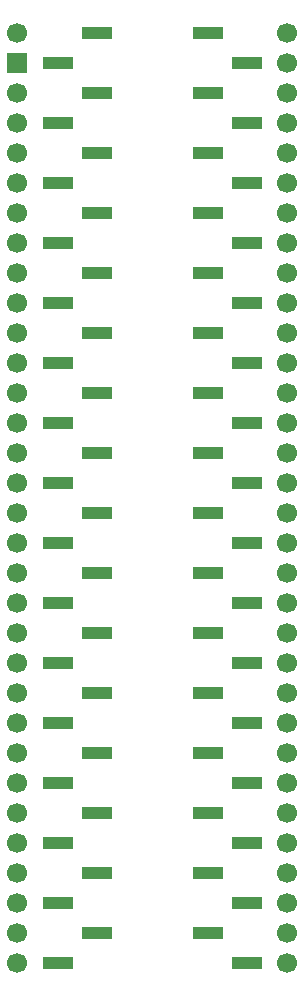
<source format=gbs>
G04 #@! TF.GenerationSoftware,KiCad,Pcbnew,9.0.6*
G04 #@! TF.CreationDate,2026-01-07T14:27:30-06:00*
G04 #@! TF.ProjectId,QFN-60_7x7_P0.4,51464e2d-3630-45f3-9778-375f50302e34,rev?*
G04 #@! TF.SameCoordinates,Original*
G04 #@! TF.FileFunction,Soldermask,Bot*
G04 #@! TF.FilePolarity,Negative*
%FSLAX46Y46*%
G04 Gerber Fmt 4.6, Leading zero omitted, Abs format (unit mm)*
G04 Created by KiCad (PCBNEW 9.0.6) date 2026-01-07 14:27:30*
%MOMM*%
%LPD*%
G01*
G04 APERTURE LIST*
%ADD10C,1.700000*%
%ADD11R,1.700000X1.700000*%
%ADD12R,2.510000X1.000000*%
G04 APERTURE END LIST*
D10*
X127000000Y-81424250D03*
D11*
X127000000Y-83964250D03*
D10*
X127000000Y-86504250D03*
X127000000Y-89044250D03*
X127000000Y-91584250D03*
X127000000Y-94124250D03*
X127000000Y-96664250D03*
X127000000Y-99204250D03*
X127000000Y-101744250D03*
X127000000Y-104284250D03*
X127000000Y-106824250D03*
X127000000Y-109364250D03*
X127000000Y-111904250D03*
X127000000Y-114444250D03*
X127000000Y-116984250D03*
X127000000Y-119524250D03*
X127000000Y-122064250D03*
X127000000Y-124604250D03*
X127000000Y-127144250D03*
X127000000Y-129684250D03*
X127000000Y-132224250D03*
X127000000Y-134764250D03*
X127000000Y-137304250D03*
X127000000Y-139844250D03*
X127000000Y-142384250D03*
X127000000Y-144924250D03*
X127000000Y-147464250D03*
X127000000Y-150004250D03*
X127000000Y-152544250D03*
X127000000Y-155084250D03*
X127000000Y-157624250D03*
X127000000Y-160164250D03*
X149860000Y-81424250D03*
X149860000Y-83964250D03*
X149860000Y-86504250D03*
X149860000Y-89044250D03*
X149860000Y-91584250D03*
X149860000Y-94124250D03*
X149860000Y-96664250D03*
X149860000Y-99204250D03*
X149860000Y-101744250D03*
X149860000Y-104284250D03*
X149860000Y-106824250D03*
X149860000Y-109364250D03*
X149860000Y-111904250D03*
X149860000Y-114444250D03*
X149860000Y-116984250D03*
X149860000Y-119524250D03*
X149860000Y-122064250D03*
X149860000Y-124604250D03*
X149860000Y-127144250D03*
X149860000Y-129684250D03*
X149860000Y-132224250D03*
X149860000Y-134764250D03*
X149860000Y-137304250D03*
X149860000Y-139844250D03*
X149860000Y-142384250D03*
X149860000Y-144924250D03*
X149860000Y-147464250D03*
X149860000Y-150004250D03*
X149860000Y-152544250D03*
X149860000Y-155084250D03*
X149860000Y-157624250D03*
X149860000Y-160164250D03*
D12*
X133735000Y-81407000D03*
X130425000Y-83947000D03*
X133735000Y-86487000D03*
X130425000Y-89027000D03*
X133735000Y-91567000D03*
X130425000Y-94107000D03*
X133735000Y-96647000D03*
X130425000Y-99187000D03*
X133735000Y-101727000D03*
X130425000Y-104267000D03*
X133735000Y-106807000D03*
X130425000Y-109347000D03*
X133735000Y-111887000D03*
X130425000Y-114427000D03*
X133735000Y-116967000D03*
X130425000Y-119507000D03*
X133735000Y-122047000D03*
X130425000Y-124587000D03*
X133735000Y-127127000D03*
X130425000Y-129667000D03*
X133735000Y-132207000D03*
X130425000Y-134747000D03*
X133735000Y-137287000D03*
X130425000Y-139827000D03*
X133735000Y-142367000D03*
X130425000Y-144907000D03*
X133735000Y-147447000D03*
X130425000Y-149987000D03*
X133735000Y-152527000D03*
X130425000Y-155067000D03*
X133735000Y-157607000D03*
X130425000Y-160147000D03*
X143125000Y-81407000D03*
X146435000Y-83947000D03*
X143125000Y-86487000D03*
X146435000Y-89027000D03*
X143125000Y-91567000D03*
X146435000Y-94107000D03*
X143125000Y-96647000D03*
X146435000Y-99187000D03*
X143125000Y-101727000D03*
X146435000Y-104267000D03*
X143125000Y-106807000D03*
X146435000Y-109347000D03*
X143125000Y-111887000D03*
X146435000Y-114427000D03*
X143125000Y-116967000D03*
X146435000Y-119507000D03*
X143125000Y-122047000D03*
X146435000Y-124587000D03*
X143125000Y-127127000D03*
X146435000Y-129667000D03*
X143125000Y-132207000D03*
X146435000Y-134747000D03*
X143125000Y-137287000D03*
X146435000Y-139827000D03*
X143125000Y-142367000D03*
X146435000Y-144907000D03*
X143125000Y-147447000D03*
X146435000Y-149987000D03*
X143125000Y-152527000D03*
X146435000Y-155067000D03*
X143125000Y-157607000D03*
X146435000Y-160147000D03*
M02*

</source>
